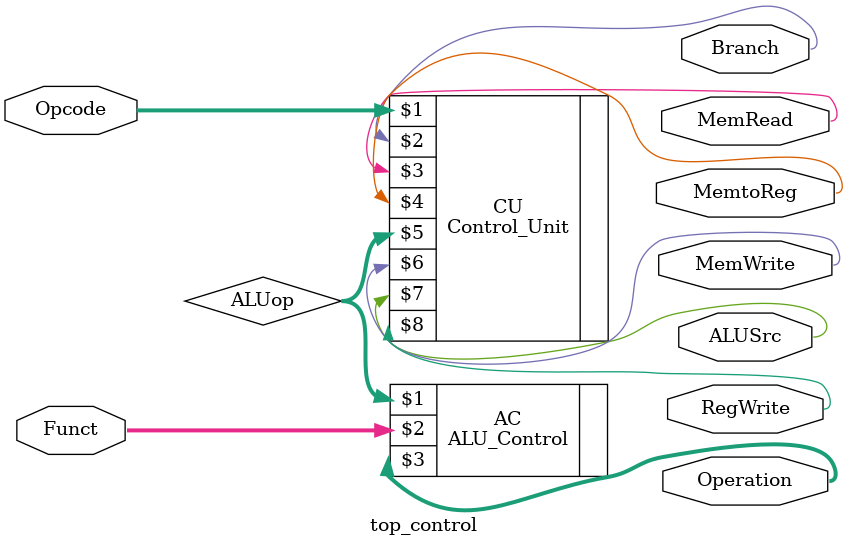
<source format=v>
module top_control(
input [6:0]Opcode,
input [3:0]Funct,
output Branch,
output MemRead,
output MemtoReg,
output MemWrite,
output ALUSrc,
output RegWrite,
output [3:0]Operation
);
//carry

wire [1:0]ALUop;

Control_Unit CU(Opcode,Branch,MemRead, MemtoReg,ALUop, MemWrite, ALUSrc, RegWrite);
ALU_Control AC(ALUop,Funct,Operation);

endmodule
</source>
